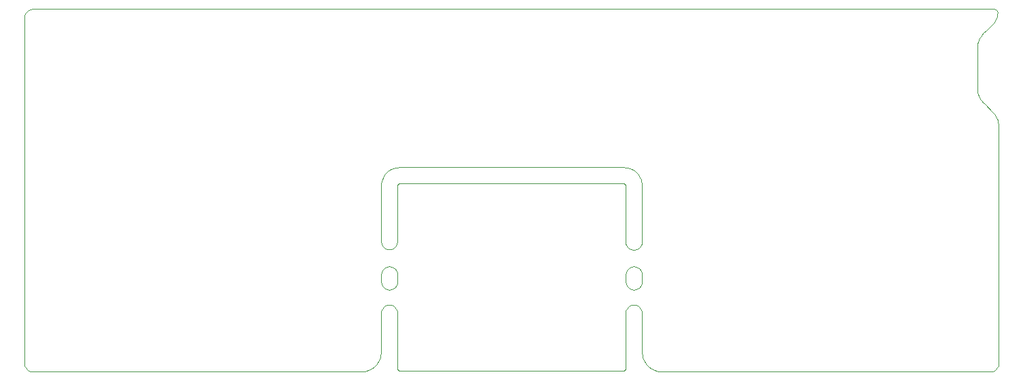
<source format=gko>
G04*
G04 #@! TF.GenerationSoftware,Altium Limited,Altium Designer,18.1.9 (240)*
G04*
G04 Layer_Color=16711935*
%FSLAX25Y25*%
%MOIN*%
G70*
G01*
G75*
%ADD93C,0.00100*%
D93*
X463985Y168765D02*
X463850Y169785D01*
X463457Y170735D01*
X462831Y171550D01*
X462015Y172176D01*
X461065Y172570D01*
X460046Y172704D01*
X459027Y172570D01*
X458077Y172176D01*
X457261Y171550D01*
X456635Y170735D01*
X456242Y169785D01*
X456108Y168765D01*
X456077Y165235D02*
X456212Y164207D01*
X456609Y163250D01*
X457239Y162428D01*
X458062Y161797D01*
X459019Y161401D01*
X460046Y161265D01*
X461073Y161401D01*
X462031Y161797D01*
X462853Y162428D01*
X463484Y163250D01*
X463880Y164207D01*
X464015Y165235D01*
X336062Y184939D02*
X336196Y183919D01*
X336589Y182969D01*
X337215Y182154D01*
X338031Y181528D01*
X338981Y181134D01*
X340000Y181000D01*
X341019Y181134D01*
X341969Y181528D01*
X342785Y182154D01*
X343411Y182969D01*
X343804Y183919D01*
X343938Y184939D01*
X345000Y213500D02*
X344249Y213189D01*
X343938Y212439D01*
X456000Y212439D02*
X455720Y213176D01*
X455000Y213500D01*
X456000Y184939D02*
X456116Y183981D01*
X456458Y183080D01*
X457006Y182286D01*
X457728Y181647D01*
X458582Y181198D01*
X459518Y180968D01*
X460482Y180968D01*
X461418Y181198D01*
X462272Y181647D01*
X462994Y182286D01*
X463542Y183080D01*
X463884Y183981D01*
X464000Y184939D01*
X464000Y212439D02*
X463944Y213439D01*
X463776Y214428D01*
X463498Y215391D01*
X463115Y216317D01*
X462630Y217194D01*
X462050Y218012D01*
X461382Y218759D01*
X460635Y219427D01*
X459817Y220007D01*
X458940Y220492D01*
X458014Y220875D01*
X457050Y221153D01*
X456062Y221321D01*
X455061Y221377D01*
X345000Y221377D02*
X343999Y221321D01*
X343011Y221153D01*
X342048Y220875D01*
X341122Y220492D01*
X340244Y220007D01*
X339427Y219427D01*
X338680Y218759D01*
X338012Y218012D01*
X337432Y217194D01*
X336947Y216317D01*
X336563Y215391D01*
X336286Y214427D01*
X336118Y213439D01*
X336062Y212439D01*
X343985Y168765D02*
X343850Y169785D01*
X343457Y170735D01*
X342831Y171550D01*
X342015Y172176D01*
X341066Y172570D01*
X340046Y172704D01*
X339027Y172570D01*
X338077Y172176D01*
X337261Y171550D01*
X336635Y170735D01*
X336242Y169785D01*
X336108Y168765D01*
X336077Y165235D02*
X336212Y164207D01*
X336609Y163250D01*
X337239Y162428D01*
X338061Y161797D01*
X339019Y161401D01*
X340046Y161265D01*
X341073Y161401D01*
X342031Y161797D01*
X342853Y162428D01*
X343484Y163250D01*
X343880Y164207D01*
X344015Y165235D01*
X638561Y297562D02*
X638140Y298579D01*
X637123Y299000D01*
X636179Y291811D02*
X636881Y292611D01*
X637472Y293495D01*
X637942Y294449D01*
X638284Y295457D01*
X638492Y296500D01*
X638561Y297562D01*
X631490Y287122D02*
X630831Y286395D01*
X630247Y285606D01*
X629742Y284765D01*
X629323Y283878D01*
X628992Y282954D01*
X628754Y282002D01*
X628610Y281031D01*
X628561Y280051D01*
Y260181D02*
X628610Y259201D01*
X628754Y258230D01*
X628992Y257278D01*
X629323Y256354D01*
X629742Y255467D01*
X630247Y254626D01*
X630831Y253837D01*
X631490Y253110D01*
X639000Y241458D02*
X638952Y242439D01*
X638808Y243409D01*
X638569Y244361D01*
X638239Y245285D01*
X637819Y246172D01*
X637315Y247014D01*
X636730Y247802D01*
X636071Y248530D01*
X635000Y121000D02*
X636035Y121136D01*
X637000Y121536D01*
X637828Y122172D01*
X638464Y123000D01*
X638864Y123965D01*
X639000Y125000D01*
X464000Y131000D02*
X464048Y130020D01*
X464192Y129049D01*
X464431Y128097D01*
X464761Y127173D01*
X465181Y126286D01*
X465685Y125444D01*
X466270Y124656D01*
X466929Y123929D01*
X467656Y123270D01*
X468444Y122685D01*
X469286Y122181D01*
X470173Y121761D01*
X471097Y121431D01*
X472049Y121192D01*
X473020Y121048D01*
X474000Y121000D01*
X464000Y149938D02*
X463863Y150982D01*
X463460Y151954D01*
X462819Y152789D01*
X461985Y153429D01*
X461013Y153832D01*
X459969Y153969D01*
X458942Y153834D01*
X457985Y153437D01*
X457163Y152807D01*
X456532Y151985D01*
X456135Y151027D01*
X456000Y150000D01*
X454939Y121439D02*
X455689Y121749D01*
X456000Y122500D01*
X344000Y122439D02*
X344293Y121731D01*
X345000Y121439D01*
X344000Y149938D02*
X343864Y150974D01*
X343464Y151938D01*
X342828Y152767D01*
X342000Y153403D01*
X341035Y153802D01*
X340000Y153938D01*
X338965Y153802D01*
X338000Y153403D01*
X337172Y152767D01*
X336536Y151938D01*
X336136Y150974D01*
X336000Y149938D01*
X326000Y121000D02*
X326980Y121048D01*
X327951Y121192D01*
X328903Y121431D01*
X329827Y121761D01*
X330714Y122181D01*
X331556Y122685D01*
X332344Y123270D01*
X333071Y123929D01*
X333730Y124656D01*
X334315Y125444D01*
X334819Y126286D01*
X335239Y127173D01*
X335569Y128097D01*
X335808Y129049D01*
X335952Y130020D01*
X336000Y131000D01*
X161000Y125000D02*
X161136Y123965D01*
X161536Y123000D01*
X162172Y122172D01*
X163000Y121536D01*
X163965Y121136D01*
X165000Y121000D01*
Y299000D02*
X163965Y298864D01*
X163000Y298464D01*
X162172Y297828D01*
X161536Y297000D01*
X161136Y296035D01*
X161000Y295000D01*
X456077Y165235D02*
X456108Y168765D01*
X463985D02*
X464015Y165235D01*
X343938Y184939D02*
Y212439D01*
X345000Y213500D02*
X455000D01*
X456000Y184939D02*
Y212439D01*
X464000Y212439D02*
X464000Y184939D01*
X345000Y221377D02*
X455061D01*
X336062Y184939D02*
Y212439D01*
X336077Y165235D02*
X336108Y168765D01*
X343985D02*
X344015Y165235D01*
X171000Y299000D02*
X636000D01*
X637123D01*
X633251Y288882D02*
X636179Y291811D01*
X631490Y287122D02*
X633251Y288882D01*
X628561Y270061D02*
Y280051D01*
Y260181D02*
Y270061D01*
X631490Y253110D02*
X632196Y252405D01*
X636071Y248530D01*
X639000Y125000D02*
Y241458D01*
X475000Y121000D02*
X635000D01*
X474000D02*
X475000D01*
X464000Y131000D02*
Y131439D01*
Y147000D01*
Y149938D01*
X456000Y122500D02*
Y150000D01*
X345000Y121439D02*
X454939D01*
X344000Y122439D02*
Y140000D01*
Y149938D01*
X336000Y134000D02*
Y149938D01*
Y131000D02*
Y134000D01*
X165000Y121000D02*
X326000D01*
X161000Y125000D02*
Y295000D01*
X165000Y299000D02*
X168000D01*
X171000D01*
M02*

</source>
